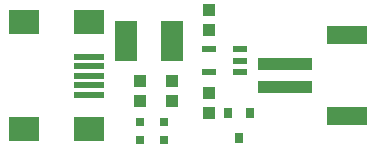
<source format=gtp>
G75*
G70*
%OFA0B0*%
%FSLAX24Y24*%
%IPPOS*%
%LPD*%
%AMOC8*
5,1,8,0,0,1.08239X$1,22.5*
%
%ADD10R,0.0472X0.0217*%
%ADD11R,0.0315X0.0354*%
%ADD12R,0.0394X0.0433*%
%ADD13R,0.1811X0.0394*%
%ADD14R,0.1339X0.0630*%
%ADD15R,0.0748X0.1339*%
%ADD16R,0.0300X0.0300*%
%ADD17R,0.0984X0.0197*%
%ADD18R,0.0984X0.0787*%
D10*
X007668Y003306D03*
X008692Y003306D03*
X008692Y003680D03*
X008692Y004054D03*
X007668Y004054D03*
D11*
X008306Y001924D03*
X009054Y001924D03*
X008680Y001097D03*
D12*
X007680Y001945D03*
X006430Y002345D03*
X005380Y002345D03*
X005380Y003015D03*
X006430Y003015D03*
X007680Y002615D03*
X007680Y004695D03*
X007680Y005365D03*
D13*
X010223Y003574D03*
X010223Y002786D03*
D14*
X012271Y001841D03*
X012271Y004519D03*
D15*
X006448Y004330D03*
X004912Y004330D03*
D16*
X005368Y001636D03*
X006180Y001636D03*
X006180Y001036D03*
X005368Y001036D03*
D17*
X003664Y002550D03*
X003664Y002865D03*
X003664Y003180D03*
X003664Y003495D03*
X003664Y003810D03*
D18*
X001499Y001408D03*
X003664Y001408D03*
X003664Y004952D03*
X001499Y004952D03*
M02*

</source>
